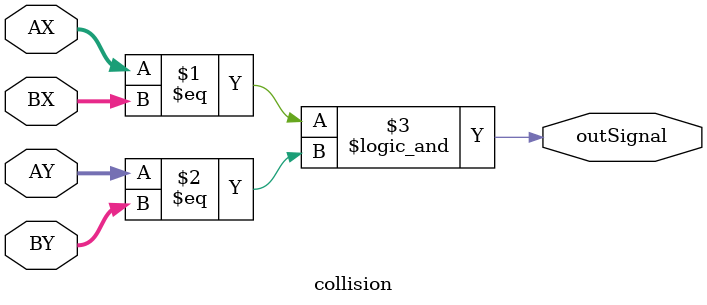
<source format=v>


/*
 * AX: 8bit X coordinates of A
 * AY: 7bit Y coordinates of A
 * 
 * outSignal = (AX==BX)&&(AY==BY);
 */
module collision(AX, AY, BX, BY, outSignal);
	input [7:0] AX, BX;
	input [6:0] AY, BY;
	output outSignal;
	assign outSignal = ((AX==BX)&&(AY==BY));
endmodule
</source>
